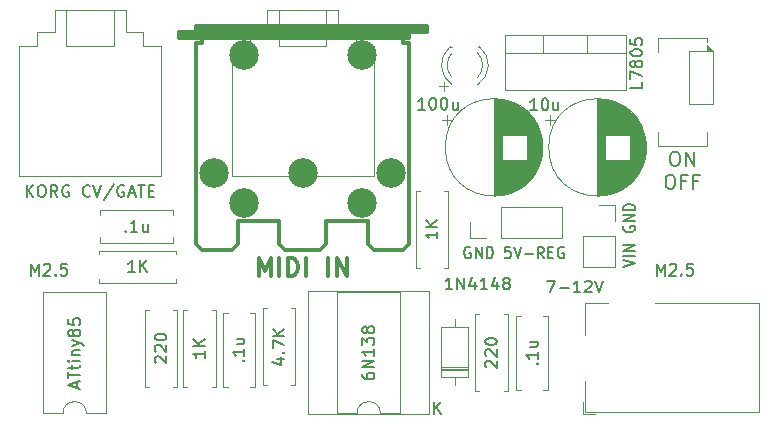
<source format=gbr>
%TF.GenerationSoftware,KiCad,Pcbnew,8.0.3*%
%TF.CreationDate,2024-06-27T15:05:59+01:00*%
%TF.ProjectId,KorgVolcaMIDI,4b6f7267-566f-46c6-9361-4d4944492e6b,rev?*%
%TF.SameCoordinates,Original*%
%TF.FileFunction,Legend,Top*%
%TF.FilePolarity,Positive*%
%FSLAX46Y46*%
G04 Gerber Fmt 4.6, Leading zero omitted, Abs format (unit mm)*
G04 Created by KiCad (PCBNEW 8.0.3) date 2024-06-27 15:05:59*
%MOMM*%
%LPD*%
G01*
G04 APERTURE LIST*
%ADD10C,0.125000*%
%ADD11C,0.200000*%
%ADD12C,0.180000*%
%ADD13C,0.100000*%
%ADD14C,0.150000*%
%ADD15C,0.304800*%
%ADD16C,0.120000*%
%ADD17C,2.499360*%
G04 APERTURE END LIST*
D10*
X136580331Y-54640166D02*
X137342236Y-54640166D01*
X136961283Y-55021119D02*
X136961283Y-54259214D01*
D11*
X156407142Y-60170809D02*
X156635714Y-60170809D01*
X156635714Y-60170809D02*
X156749999Y-60227952D01*
X156749999Y-60227952D02*
X156864285Y-60342238D01*
X156864285Y-60342238D02*
X156921428Y-60570809D01*
X156921428Y-60570809D02*
X156921428Y-60970809D01*
X156921428Y-60970809D02*
X156864285Y-61199381D01*
X156864285Y-61199381D02*
X156749999Y-61313667D01*
X156749999Y-61313667D02*
X156635714Y-61370809D01*
X156635714Y-61370809D02*
X156407142Y-61370809D01*
X156407142Y-61370809D02*
X156292857Y-61313667D01*
X156292857Y-61313667D02*
X156178571Y-61199381D01*
X156178571Y-61199381D02*
X156121428Y-60970809D01*
X156121428Y-60970809D02*
X156121428Y-60570809D01*
X156121428Y-60570809D02*
X156178571Y-60342238D01*
X156178571Y-60342238D02*
X156292857Y-60227952D01*
X156292857Y-60227952D02*
X156407142Y-60170809D01*
X157435714Y-61370809D02*
X157435714Y-60170809D01*
X157435714Y-60170809D02*
X158121428Y-61370809D01*
X158121428Y-61370809D02*
X158121428Y-60170809D01*
X156007143Y-62102742D02*
X156235715Y-62102742D01*
X156235715Y-62102742D02*
X156350000Y-62159885D01*
X156350000Y-62159885D02*
X156464286Y-62274171D01*
X156464286Y-62274171D02*
X156521429Y-62502742D01*
X156521429Y-62502742D02*
X156521429Y-62902742D01*
X156521429Y-62902742D02*
X156464286Y-63131314D01*
X156464286Y-63131314D02*
X156350000Y-63245600D01*
X156350000Y-63245600D02*
X156235715Y-63302742D01*
X156235715Y-63302742D02*
X156007143Y-63302742D01*
X156007143Y-63302742D02*
X155892858Y-63245600D01*
X155892858Y-63245600D02*
X155778572Y-63131314D01*
X155778572Y-63131314D02*
X155721429Y-62902742D01*
X155721429Y-62902742D02*
X155721429Y-62502742D01*
X155721429Y-62502742D02*
X155778572Y-62274171D01*
X155778572Y-62274171D02*
X155892858Y-62159885D01*
X155892858Y-62159885D02*
X156007143Y-62102742D01*
X157435715Y-62674171D02*
X157035715Y-62674171D01*
X157035715Y-63302742D02*
X157035715Y-62102742D01*
X157035715Y-62102742D02*
X157607143Y-62102742D01*
X158464286Y-62674171D02*
X158064286Y-62674171D01*
X158064286Y-63302742D02*
X158064286Y-62102742D01*
X158064286Y-62102742D02*
X158635714Y-62102742D01*
D12*
X139202857Y-68255878D02*
X139117143Y-68208259D01*
X139117143Y-68208259D02*
X138988571Y-68208259D01*
X138988571Y-68208259D02*
X138860000Y-68255878D01*
X138860000Y-68255878D02*
X138774285Y-68351116D01*
X138774285Y-68351116D02*
X138731428Y-68446354D01*
X138731428Y-68446354D02*
X138688571Y-68636830D01*
X138688571Y-68636830D02*
X138688571Y-68779687D01*
X138688571Y-68779687D02*
X138731428Y-68970163D01*
X138731428Y-68970163D02*
X138774285Y-69065401D01*
X138774285Y-69065401D02*
X138860000Y-69160640D01*
X138860000Y-69160640D02*
X138988571Y-69208259D01*
X138988571Y-69208259D02*
X139074285Y-69208259D01*
X139074285Y-69208259D02*
X139202857Y-69160640D01*
X139202857Y-69160640D02*
X139245714Y-69113020D01*
X139245714Y-69113020D02*
X139245714Y-68779687D01*
X139245714Y-68779687D02*
X139074285Y-68779687D01*
X139631428Y-69208259D02*
X139631428Y-68208259D01*
X139631428Y-68208259D02*
X140145714Y-69208259D01*
X140145714Y-69208259D02*
X140145714Y-68208259D01*
X140574285Y-69208259D02*
X140574285Y-68208259D01*
X140574285Y-68208259D02*
X140788571Y-68208259D01*
X140788571Y-68208259D02*
X140917142Y-68255878D01*
X140917142Y-68255878D02*
X141002857Y-68351116D01*
X141002857Y-68351116D02*
X141045714Y-68446354D01*
X141045714Y-68446354D02*
X141088571Y-68636830D01*
X141088571Y-68636830D02*
X141088571Y-68779687D01*
X141088571Y-68779687D02*
X141045714Y-68970163D01*
X141045714Y-68970163D02*
X141002857Y-69065401D01*
X141002857Y-69065401D02*
X140917142Y-69160640D01*
X140917142Y-69160640D02*
X140788571Y-69208259D01*
X140788571Y-69208259D02*
X140574285Y-69208259D01*
X142588571Y-68208259D02*
X142159999Y-68208259D01*
X142159999Y-68208259D02*
X142117142Y-68684449D01*
X142117142Y-68684449D02*
X142159999Y-68636830D01*
X142159999Y-68636830D02*
X142245714Y-68589211D01*
X142245714Y-68589211D02*
X142459999Y-68589211D01*
X142459999Y-68589211D02*
X142545714Y-68636830D01*
X142545714Y-68636830D02*
X142588571Y-68684449D01*
X142588571Y-68684449D02*
X142631428Y-68779687D01*
X142631428Y-68779687D02*
X142631428Y-69017782D01*
X142631428Y-69017782D02*
X142588571Y-69113020D01*
X142588571Y-69113020D02*
X142545714Y-69160640D01*
X142545714Y-69160640D02*
X142459999Y-69208259D01*
X142459999Y-69208259D02*
X142245714Y-69208259D01*
X142245714Y-69208259D02*
X142159999Y-69160640D01*
X142159999Y-69160640D02*
X142117142Y-69113020D01*
X142888571Y-68208259D02*
X143188571Y-69208259D01*
X143188571Y-69208259D02*
X143488571Y-68208259D01*
X143788571Y-68827306D02*
X144474286Y-68827306D01*
X145417143Y-69208259D02*
X145117143Y-68732068D01*
X144902857Y-69208259D02*
X144902857Y-68208259D01*
X144902857Y-68208259D02*
X145245714Y-68208259D01*
X145245714Y-68208259D02*
X145331429Y-68255878D01*
X145331429Y-68255878D02*
X145374286Y-68303497D01*
X145374286Y-68303497D02*
X145417143Y-68398735D01*
X145417143Y-68398735D02*
X145417143Y-68541592D01*
X145417143Y-68541592D02*
X145374286Y-68636830D01*
X145374286Y-68636830D02*
X145331429Y-68684449D01*
X145331429Y-68684449D02*
X145245714Y-68732068D01*
X145245714Y-68732068D02*
X144902857Y-68732068D01*
X145802857Y-68684449D02*
X146102857Y-68684449D01*
X146231429Y-69208259D02*
X145802857Y-69208259D01*
X145802857Y-69208259D02*
X145802857Y-68208259D01*
X145802857Y-68208259D02*
X146231429Y-68208259D01*
X147088572Y-68255878D02*
X147002858Y-68208259D01*
X147002858Y-68208259D02*
X146874286Y-68208259D01*
X146874286Y-68208259D02*
X146745715Y-68255878D01*
X146745715Y-68255878D02*
X146660000Y-68351116D01*
X146660000Y-68351116D02*
X146617143Y-68446354D01*
X146617143Y-68446354D02*
X146574286Y-68636830D01*
X146574286Y-68636830D02*
X146574286Y-68779687D01*
X146574286Y-68779687D02*
X146617143Y-68970163D01*
X146617143Y-68970163D02*
X146660000Y-69065401D01*
X146660000Y-69065401D02*
X146745715Y-69160640D01*
X146745715Y-69160640D02*
X146874286Y-69208259D01*
X146874286Y-69208259D02*
X146960000Y-69208259D01*
X146960000Y-69208259D02*
X147088572Y-69160640D01*
X147088572Y-69160640D02*
X147131429Y-69113020D01*
X147131429Y-69113020D02*
X147131429Y-68779687D01*
X147131429Y-68779687D02*
X146960000Y-68779687D01*
D13*
X157720000Y-51610000D02*
X159730000Y-51610000D01*
X159730000Y-56140000D01*
X157720000Y-56140000D01*
X157720000Y-51610000D01*
D12*
X152148259Y-69919999D02*
X153148259Y-69619999D01*
X153148259Y-69619999D02*
X152148259Y-69319999D01*
X153148259Y-69019999D02*
X152148259Y-69019999D01*
X153148259Y-68591428D02*
X152148259Y-68591428D01*
X152148259Y-68591428D02*
X153148259Y-68077142D01*
X153148259Y-68077142D02*
X152148259Y-68077142D01*
X152195878Y-66491428D02*
X152148259Y-66577143D01*
X152148259Y-66577143D02*
X152148259Y-66705714D01*
X152148259Y-66705714D02*
X152195878Y-66834285D01*
X152195878Y-66834285D02*
X152291116Y-66920000D01*
X152291116Y-66920000D02*
X152386354Y-66962857D01*
X152386354Y-66962857D02*
X152576830Y-67005714D01*
X152576830Y-67005714D02*
X152719687Y-67005714D01*
X152719687Y-67005714D02*
X152910163Y-66962857D01*
X152910163Y-66962857D02*
X153005401Y-66920000D01*
X153005401Y-66920000D02*
X153100640Y-66834285D01*
X153100640Y-66834285D02*
X153148259Y-66705714D01*
X153148259Y-66705714D02*
X153148259Y-66620000D01*
X153148259Y-66620000D02*
X153100640Y-66491428D01*
X153100640Y-66491428D02*
X153053020Y-66448571D01*
X153053020Y-66448571D02*
X152719687Y-66448571D01*
X152719687Y-66448571D02*
X152719687Y-66620000D01*
X153148259Y-66062857D02*
X152148259Y-66062857D01*
X152148259Y-66062857D02*
X153148259Y-65548571D01*
X153148259Y-65548571D02*
X152148259Y-65548571D01*
X153148259Y-65120000D02*
X152148259Y-65120000D01*
X152148259Y-65120000D02*
X152148259Y-64905714D01*
X152148259Y-64905714D02*
X152195878Y-64777143D01*
X152195878Y-64777143D02*
X152291116Y-64691428D01*
X152291116Y-64691428D02*
X152386354Y-64648571D01*
X152386354Y-64648571D02*
X152576830Y-64605714D01*
X152576830Y-64605714D02*
X152719687Y-64605714D01*
X152719687Y-64605714D02*
X152910163Y-64648571D01*
X152910163Y-64648571D02*
X153005401Y-64691428D01*
X153005401Y-64691428D02*
X153100640Y-64777143D01*
X153100640Y-64777143D02*
X153148259Y-64905714D01*
X153148259Y-64905714D02*
X153148259Y-65120000D01*
D14*
X144799580Y-78128570D02*
X144847200Y-78080951D01*
X144847200Y-78080951D02*
X144894819Y-78128570D01*
X144894819Y-78128570D02*
X144847200Y-78176189D01*
X144847200Y-78176189D02*
X144799580Y-78128570D01*
X144799580Y-78128570D02*
X144894819Y-78128570D01*
X144894819Y-77128571D02*
X144894819Y-77699999D01*
X144894819Y-77414285D02*
X143894819Y-77414285D01*
X143894819Y-77414285D02*
X144037676Y-77509523D01*
X144037676Y-77509523D02*
X144132914Y-77604761D01*
X144132914Y-77604761D02*
X144180533Y-77699999D01*
X144228152Y-76271428D02*
X144894819Y-76271428D01*
X144228152Y-76699999D02*
X144751961Y-76699999D01*
X144751961Y-76699999D02*
X144847200Y-76652380D01*
X144847200Y-76652380D02*
X144894819Y-76557142D01*
X144894819Y-76557142D02*
X144894819Y-76414285D01*
X144894819Y-76414285D02*
X144847200Y-76319047D01*
X144847200Y-76319047D02*
X144799580Y-76271428D01*
X154976191Y-70654819D02*
X154976191Y-69654819D01*
X154976191Y-69654819D02*
X155309524Y-70369104D01*
X155309524Y-70369104D02*
X155642857Y-69654819D01*
X155642857Y-69654819D02*
X155642857Y-70654819D01*
X156071429Y-69750057D02*
X156119048Y-69702438D01*
X156119048Y-69702438D02*
X156214286Y-69654819D01*
X156214286Y-69654819D02*
X156452381Y-69654819D01*
X156452381Y-69654819D02*
X156547619Y-69702438D01*
X156547619Y-69702438D02*
X156595238Y-69750057D01*
X156595238Y-69750057D02*
X156642857Y-69845295D01*
X156642857Y-69845295D02*
X156642857Y-69940533D01*
X156642857Y-69940533D02*
X156595238Y-70083390D01*
X156595238Y-70083390D02*
X156023810Y-70654819D01*
X156023810Y-70654819D02*
X156642857Y-70654819D01*
X157071429Y-70559580D02*
X157119048Y-70607200D01*
X157119048Y-70607200D02*
X157071429Y-70654819D01*
X157071429Y-70654819D02*
X157023810Y-70607200D01*
X157023810Y-70607200D02*
X157071429Y-70559580D01*
X157071429Y-70559580D02*
X157071429Y-70654819D01*
X158023809Y-69654819D02*
X157547619Y-69654819D01*
X157547619Y-69654819D02*
X157500000Y-70131009D01*
X157500000Y-70131009D02*
X157547619Y-70083390D01*
X157547619Y-70083390D02*
X157642857Y-70035771D01*
X157642857Y-70035771D02*
X157880952Y-70035771D01*
X157880952Y-70035771D02*
X157976190Y-70083390D01*
X157976190Y-70083390D02*
X158023809Y-70131009D01*
X158023809Y-70131009D02*
X158071428Y-70226247D01*
X158071428Y-70226247D02*
X158071428Y-70464342D01*
X158071428Y-70464342D02*
X158023809Y-70559580D01*
X158023809Y-70559580D02*
X157976190Y-70607200D01*
X157976190Y-70607200D02*
X157880952Y-70654819D01*
X157880952Y-70654819D02*
X157642857Y-70654819D01*
X157642857Y-70654819D02*
X157547619Y-70607200D01*
X157547619Y-70607200D02*
X157500000Y-70559580D01*
X101976191Y-70654819D02*
X101976191Y-69654819D01*
X101976191Y-69654819D02*
X102309524Y-70369104D01*
X102309524Y-70369104D02*
X102642857Y-69654819D01*
X102642857Y-69654819D02*
X102642857Y-70654819D01*
X103071429Y-69750057D02*
X103119048Y-69702438D01*
X103119048Y-69702438D02*
X103214286Y-69654819D01*
X103214286Y-69654819D02*
X103452381Y-69654819D01*
X103452381Y-69654819D02*
X103547619Y-69702438D01*
X103547619Y-69702438D02*
X103595238Y-69750057D01*
X103595238Y-69750057D02*
X103642857Y-69845295D01*
X103642857Y-69845295D02*
X103642857Y-69940533D01*
X103642857Y-69940533D02*
X103595238Y-70083390D01*
X103595238Y-70083390D02*
X103023810Y-70654819D01*
X103023810Y-70654819D02*
X103642857Y-70654819D01*
X104071429Y-70559580D02*
X104119048Y-70607200D01*
X104119048Y-70607200D02*
X104071429Y-70654819D01*
X104071429Y-70654819D02*
X104023810Y-70607200D01*
X104023810Y-70607200D02*
X104071429Y-70559580D01*
X104071429Y-70559580D02*
X104071429Y-70654819D01*
X105023809Y-69654819D02*
X104547619Y-69654819D01*
X104547619Y-69654819D02*
X104500000Y-70131009D01*
X104500000Y-70131009D02*
X104547619Y-70083390D01*
X104547619Y-70083390D02*
X104642857Y-70035771D01*
X104642857Y-70035771D02*
X104880952Y-70035771D01*
X104880952Y-70035771D02*
X104976190Y-70083390D01*
X104976190Y-70083390D02*
X105023809Y-70131009D01*
X105023809Y-70131009D02*
X105071428Y-70226247D01*
X105071428Y-70226247D02*
X105071428Y-70464342D01*
X105071428Y-70464342D02*
X105023809Y-70559580D01*
X105023809Y-70559580D02*
X104976190Y-70607200D01*
X104976190Y-70607200D02*
X104880952Y-70654819D01*
X104880952Y-70654819D02*
X104642857Y-70654819D01*
X104642857Y-70654819D02*
X104547619Y-70607200D01*
X104547619Y-70607200D02*
X104500000Y-70559580D01*
D11*
X145706667Y-71082219D02*
X146373333Y-71082219D01*
X146373333Y-71082219D02*
X145944762Y-72082219D01*
X146754286Y-71701266D02*
X147516191Y-71701266D01*
X148516190Y-72082219D02*
X147944762Y-72082219D01*
X148230476Y-72082219D02*
X148230476Y-71082219D01*
X148230476Y-71082219D02*
X148135238Y-71225076D01*
X148135238Y-71225076D02*
X148040000Y-71320314D01*
X148040000Y-71320314D02*
X147944762Y-71367933D01*
X148897143Y-71177457D02*
X148944762Y-71129838D01*
X148944762Y-71129838D02*
X149040000Y-71082219D01*
X149040000Y-71082219D02*
X149278095Y-71082219D01*
X149278095Y-71082219D02*
X149373333Y-71129838D01*
X149373333Y-71129838D02*
X149420952Y-71177457D01*
X149420952Y-71177457D02*
X149468571Y-71272695D01*
X149468571Y-71272695D02*
X149468571Y-71367933D01*
X149468571Y-71367933D02*
X149420952Y-71510790D01*
X149420952Y-71510790D02*
X148849524Y-72082219D01*
X148849524Y-72082219D02*
X149468571Y-72082219D01*
X149754286Y-71082219D02*
X150087619Y-72082219D01*
X150087619Y-72082219D02*
X150420952Y-71082219D01*
D14*
X153744819Y-54270238D02*
X153744819Y-54746428D01*
X153744819Y-54746428D02*
X152744819Y-54746428D01*
X152744819Y-54032142D02*
X152744819Y-53365476D01*
X152744819Y-53365476D02*
X153744819Y-53794047D01*
X153173390Y-52841666D02*
X153125771Y-52936904D01*
X153125771Y-52936904D02*
X153078152Y-52984523D01*
X153078152Y-52984523D02*
X152982914Y-53032142D01*
X152982914Y-53032142D02*
X152935295Y-53032142D01*
X152935295Y-53032142D02*
X152840057Y-52984523D01*
X152840057Y-52984523D02*
X152792438Y-52936904D01*
X152792438Y-52936904D02*
X152744819Y-52841666D01*
X152744819Y-52841666D02*
X152744819Y-52651190D01*
X152744819Y-52651190D02*
X152792438Y-52555952D01*
X152792438Y-52555952D02*
X152840057Y-52508333D01*
X152840057Y-52508333D02*
X152935295Y-52460714D01*
X152935295Y-52460714D02*
X152982914Y-52460714D01*
X152982914Y-52460714D02*
X153078152Y-52508333D01*
X153078152Y-52508333D02*
X153125771Y-52555952D01*
X153125771Y-52555952D02*
X153173390Y-52651190D01*
X153173390Y-52651190D02*
X153173390Y-52841666D01*
X153173390Y-52841666D02*
X153221009Y-52936904D01*
X153221009Y-52936904D02*
X153268628Y-52984523D01*
X153268628Y-52984523D02*
X153363866Y-53032142D01*
X153363866Y-53032142D02*
X153554342Y-53032142D01*
X153554342Y-53032142D02*
X153649580Y-52984523D01*
X153649580Y-52984523D02*
X153697200Y-52936904D01*
X153697200Y-52936904D02*
X153744819Y-52841666D01*
X153744819Y-52841666D02*
X153744819Y-52651190D01*
X153744819Y-52651190D02*
X153697200Y-52555952D01*
X153697200Y-52555952D02*
X153649580Y-52508333D01*
X153649580Y-52508333D02*
X153554342Y-52460714D01*
X153554342Y-52460714D02*
X153363866Y-52460714D01*
X153363866Y-52460714D02*
X153268628Y-52508333D01*
X153268628Y-52508333D02*
X153221009Y-52555952D01*
X153221009Y-52555952D02*
X153173390Y-52651190D01*
X152744819Y-51841666D02*
X152744819Y-51746428D01*
X152744819Y-51746428D02*
X152792438Y-51651190D01*
X152792438Y-51651190D02*
X152840057Y-51603571D01*
X152840057Y-51603571D02*
X152935295Y-51555952D01*
X152935295Y-51555952D02*
X153125771Y-51508333D01*
X153125771Y-51508333D02*
X153363866Y-51508333D01*
X153363866Y-51508333D02*
X153554342Y-51555952D01*
X153554342Y-51555952D02*
X153649580Y-51603571D01*
X153649580Y-51603571D02*
X153697200Y-51651190D01*
X153697200Y-51651190D02*
X153744819Y-51746428D01*
X153744819Y-51746428D02*
X153744819Y-51841666D01*
X153744819Y-51841666D02*
X153697200Y-51936904D01*
X153697200Y-51936904D02*
X153649580Y-51984523D01*
X153649580Y-51984523D02*
X153554342Y-52032142D01*
X153554342Y-52032142D02*
X153363866Y-52079761D01*
X153363866Y-52079761D02*
X153125771Y-52079761D01*
X153125771Y-52079761D02*
X152935295Y-52032142D01*
X152935295Y-52032142D02*
X152840057Y-51984523D01*
X152840057Y-51984523D02*
X152792438Y-51936904D01*
X152792438Y-51936904D02*
X152744819Y-51841666D01*
X152744819Y-50603571D02*
X152744819Y-51079761D01*
X152744819Y-51079761D02*
X153221009Y-51127380D01*
X153221009Y-51127380D02*
X153173390Y-51079761D01*
X153173390Y-51079761D02*
X153125771Y-50984523D01*
X153125771Y-50984523D02*
X153125771Y-50746428D01*
X153125771Y-50746428D02*
X153173390Y-50651190D01*
X153173390Y-50651190D02*
X153221009Y-50603571D01*
X153221009Y-50603571D02*
X153316247Y-50555952D01*
X153316247Y-50555952D02*
X153554342Y-50555952D01*
X153554342Y-50555952D02*
X153649580Y-50603571D01*
X153649580Y-50603571D02*
X153697200Y-50651190D01*
X153697200Y-50651190D02*
X153744819Y-50746428D01*
X153744819Y-50746428D02*
X153744819Y-50984523D01*
X153744819Y-50984523D02*
X153697200Y-51079761D01*
X153697200Y-51079761D02*
X153649580Y-51127380D01*
X130054819Y-78961904D02*
X130054819Y-79152380D01*
X130054819Y-79152380D02*
X130102438Y-79247618D01*
X130102438Y-79247618D02*
X130150057Y-79295237D01*
X130150057Y-79295237D02*
X130292914Y-79390475D01*
X130292914Y-79390475D02*
X130483390Y-79438094D01*
X130483390Y-79438094D02*
X130864342Y-79438094D01*
X130864342Y-79438094D02*
X130959580Y-79390475D01*
X130959580Y-79390475D02*
X131007200Y-79342856D01*
X131007200Y-79342856D02*
X131054819Y-79247618D01*
X131054819Y-79247618D02*
X131054819Y-79057142D01*
X131054819Y-79057142D02*
X131007200Y-78961904D01*
X131007200Y-78961904D02*
X130959580Y-78914285D01*
X130959580Y-78914285D02*
X130864342Y-78866666D01*
X130864342Y-78866666D02*
X130626247Y-78866666D01*
X130626247Y-78866666D02*
X130531009Y-78914285D01*
X130531009Y-78914285D02*
X130483390Y-78961904D01*
X130483390Y-78961904D02*
X130435771Y-79057142D01*
X130435771Y-79057142D02*
X130435771Y-79247618D01*
X130435771Y-79247618D02*
X130483390Y-79342856D01*
X130483390Y-79342856D02*
X130531009Y-79390475D01*
X130531009Y-79390475D02*
X130626247Y-79438094D01*
X131054819Y-78438094D02*
X130054819Y-78438094D01*
X130054819Y-78438094D02*
X131054819Y-77866666D01*
X131054819Y-77866666D02*
X130054819Y-77866666D01*
X131054819Y-76866666D02*
X131054819Y-77438094D01*
X131054819Y-77152380D02*
X130054819Y-77152380D01*
X130054819Y-77152380D02*
X130197676Y-77247618D01*
X130197676Y-77247618D02*
X130292914Y-77342856D01*
X130292914Y-77342856D02*
X130340533Y-77438094D01*
X130054819Y-76533332D02*
X130054819Y-75914285D01*
X130054819Y-75914285D02*
X130435771Y-76247618D01*
X130435771Y-76247618D02*
X130435771Y-76104761D01*
X130435771Y-76104761D02*
X130483390Y-76009523D01*
X130483390Y-76009523D02*
X130531009Y-75961904D01*
X130531009Y-75961904D02*
X130626247Y-75914285D01*
X130626247Y-75914285D02*
X130864342Y-75914285D01*
X130864342Y-75914285D02*
X130959580Y-75961904D01*
X130959580Y-75961904D02*
X131007200Y-76009523D01*
X131007200Y-76009523D02*
X131054819Y-76104761D01*
X131054819Y-76104761D02*
X131054819Y-76390475D01*
X131054819Y-76390475D02*
X131007200Y-76485713D01*
X131007200Y-76485713D02*
X130959580Y-76533332D01*
X130483390Y-75342856D02*
X130435771Y-75438094D01*
X130435771Y-75438094D02*
X130388152Y-75485713D01*
X130388152Y-75485713D02*
X130292914Y-75533332D01*
X130292914Y-75533332D02*
X130245295Y-75533332D01*
X130245295Y-75533332D02*
X130150057Y-75485713D01*
X130150057Y-75485713D02*
X130102438Y-75438094D01*
X130102438Y-75438094D02*
X130054819Y-75342856D01*
X130054819Y-75342856D02*
X130054819Y-75152380D01*
X130054819Y-75152380D02*
X130102438Y-75057142D01*
X130102438Y-75057142D02*
X130150057Y-75009523D01*
X130150057Y-75009523D02*
X130245295Y-74961904D01*
X130245295Y-74961904D02*
X130292914Y-74961904D01*
X130292914Y-74961904D02*
X130388152Y-75009523D01*
X130388152Y-75009523D02*
X130435771Y-75057142D01*
X130435771Y-75057142D02*
X130483390Y-75152380D01*
X130483390Y-75152380D02*
X130483390Y-75342856D01*
X130483390Y-75342856D02*
X130531009Y-75438094D01*
X130531009Y-75438094D02*
X130578628Y-75485713D01*
X130578628Y-75485713D02*
X130673866Y-75533332D01*
X130673866Y-75533332D02*
X130864342Y-75533332D01*
X130864342Y-75533332D02*
X130959580Y-75485713D01*
X130959580Y-75485713D02*
X131007200Y-75438094D01*
X131007200Y-75438094D02*
X131054819Y-75342856D01*
X131054819Y-75342856D02*
X131054819Y-75152380D01*
X131054819Y-75152380D02*
X131007200Y-75057142D01*
X131007200Y-75057142D02*
X130959580Y-75009523D01*
X130959580Y-75009523D02*
X130864342Y-74961904D01*
X130864342Y-74961904D02*
X130673866Y-74961904D01*
X130673866Y-74961904D02*
X130578628Y-75009523D01*
X130578628Y-75009523D02*
X130531009Y-75057142D01*
X130531009Y-75057142D02*
X130483390Y-75152380D01*
X105869104Y-80128571D02*
X105869104Y-79652381D01*
X106154819Y-80223809D02*
X105154819Y-79890476D01*
X105154819Y-79890476D02*
X106154819Y-79557143D01*
X105154819Y-79366666D02*
X105154819Y-78795238D01*
X106154819Y-79080952D02*
X105154819Y-79080952D01*
X105488152Y-78604761D02*
X105488152Y-78223809D01*
X105154819Y-78461904D02*
X106011961Y-78461904D01*
X106011961Y-78461904D02*
X106107200Y-78414285D01*
X106107200Y-78414285D02*
X106154819Y-78319047D01*
X106154819Y-78319047D02*
X106154819Y-78223809D01*
X106154819Y-77890475D02*
X105488152Y-77890475D01*
X105154819Y-77890475D02*
X105202438Y-77938094D01*
X105202438Y-77938094D02*
X105250057Y-77890475D01*
X105250057Y-77890475D02*
X105202438Y-77842856D01*
X105202438Y-77842856D02*
X105154819Y-77890475D01*
X105154819Y-77890475D02*
X105250057Y-77890475D01*
X105488152Y-77414285D02*
X106154819Y-77414285D01*
X105583390Y-77414285D02*
X105535771Y-77366666D01*
X105535771Y-77366666D02*
X105488152Y-77271428D01*
X105488152Y-77271428D02*
X105488152Y-77128571D01*
X105488152Y-77128571D02*
X105535771Y-77033333D01*
X105535771Y-77033333D02*
X105631009Y-76985714D01*
X105631009Y-76985714D02*
X106154819Y-76985714D01*
X105488152Y-76604761D02*
X106154819Y-76366666D01*
X105488152Y-76128571D02*
X106154819Y-76366666D01*
X106154819Y-76366666D02*
X106392914Y-76461904D01*
X106392914Y-76461904D02*
X106440533Y-76509523D01*
X106440533Y-76509523D02*
X106488152Y-76604761D01*
X105583390Y-75604761D02*
X105535771Y-75699999D01*
X105535771Y-75699999D02*
X105488152Y-75747618D01*
X105488152Y-75747618D02*
X105392914Y-75795237D01*
X105392914Y-75795237D02*
X105345295Y-75795237D01*
X105345295Y-75795237D02*
X105250057Y-75747618D01*
X105250057Y-75747618D02*
X105202438Y-75699999D01*
X105202438Y-75699999D02*
X105154819Y-75604761D01*
X105154819Y-75604761D02*
X105154819Y-75414285D01*
X105154819Y-75414285D02*
X105202438Y-75319047D01*
X105202438Y-75319047D02*
X105250057Y-75271428D01*
X105250057Y-75271428D02*
X105345295Y-75223809D01*
X105345295Y-75223809D02*
X105392914Y-75223809D01*
X105392914Y-75223809D02*
X105488152Y-75271428D01*
X105488152Y-75271428D02*
X105535771Y-75319047D01*
X105535771Y-75319047D02*
X105583390Y-75414285D01*
X105583390Y-75414285D02*
X105583390Y-75604761D01*
X105583390Y-75604761D02*
X105631009Y-75699999D01*
X105631009Y-75699999D02*
X105678628Y-75747618D01*
X105678628Y-75747618D02*
X105773866Y-75795237D01*
X105773866Y-75795237D02*
X105964342Y-75795237D01*
X105964342Y-75795237D02*
X106059580Y-75747618D01*
X106059580Y-75747618D02*
X106107200Y-75699999D01*
X106107200Y-75699999D02*
X106154819Y-75604761D01*
X106154819Y-75604761D02*
X106154819Y-75414285D01*
X106154819Y-75414285D02*
X106107200Y-75319047D01*
X106107200Y-75319047D02*
X106059580Y-75271428D01*
X106059580Y-75271428D02*
X105964342Y-75223809D01*
X105964342Y-75223809D02*
X105773866Y-75223809D01*
X105773866Y-75223809D02*
X105678628Y-75271428D01*
X105678628Y-75271428D02*
X105631009Y-75319047D01*
X105631009Y-75319047D02*
X105583390Y-75414285D01*
X105154819Y-74319047D02*
X105154819Y-74795237D01*
X105154819Y-74795237D02*
X105631009Y-74842856D01*
X105631009Y-74842856D02*
X105583390Y-74795237D01*
X105583390Y-74795237D02*
X105535771Y-74699999D01*
X105535771Y-74699999D02*
X105535771Y-74461904D01*
X105535771Y-74461904D02*
X105583390Y-74366666D01*
X105583390Y-74366666D02*
X105631009Y-74319047D01*
X105631009Y-74319047D02*
X105726247Y-74271428D01*
X105726247Y-74271428D02*
X105964342Y-74271428D01*
X105964342Y-74271428D02*
X106059580Y-74319047D01*
X106059580Y-74319047D02*
X106107200Y-74366666D01*
X106107200Y-74366666D02*
X106154819Y-74461904D01*
X106154819Y-74461904D02*
X106154819Y-74699999D01*
X106154819Y-74699999D02*
X106107200Y-74795237D01*
X106107200Y-74795237D02*
X106059580Y-74842856D01*
X110805714Y-70364819D02*
X110234286Y-70364819D01*
X110520000Y-70364819D02*
X110520000Y-69364819D01*
X110520000Y-69364819D02*
X110424762Y-69507676D01*
X110424762Y-69507676D02*
X110329524Y-69602914D01*
X110329524Y-69602914D02*
X110234286Y-69650533D01*
X111234286Y-70364819D02*
X111234286Y-69364819D01*
X111805714Y-70364819D02*
X111377143Y-69793390D01*
X111805714Y-69364819D02*
X111234286Y-69936247D01*
X116714819Y-77024285D02*
X116714819Y-77595713D01*
X116714819Y-77309999D02*
X115714819Y-77309999D01*
X115714819Y-77309999D02*
X115857676Y-77405237D01*
X115857676Y-77405237D02*
X115952914Y-77500475D01*
X115952914Y-77500475D02*
X116000533Y-77595713D01*
X116714819Y-76595713D02*
X115714819Y-76595713D01*
X116714819Y-76024285D02*
X116143390Y-76452856D01*
X115714819Y-76024285D02*
X116286247Y-76595713D01*
X122788152Y-77713809D02*
X123454819Y-77713809D01*
X122407200Y-77951904D02*
X123121485Y-78189999D01*
X123121485Y-78189999D02*
X123121485Y-77570952D01*
X123359580Y-77189999D02*
X123407200Y-77142380D01*
X123407200Y-77142380D02*
X123454819Y-77189999D01*
X123454819Y-77189999D02*
X123407200Y-77237618D01*
X123407200Y-77237618D02*
X123359580Y-77189999D01*
X123359580Y-77189999D02*
X123454819Y-77189999D01*
X122454819Y-76809047D02*
X122454819Y-76142381D01*
X122454819Y-76142381D02*
X123454819Y-76570952D01*
X123454819Y-75761428D02*
X122454819Y-75761428D01*
X123454819Y-75190000D02*
X122883390Y-75618571D01*
X122454819Y-75190000D02*
X123026247Y-75761428D01*
X112550057Y-78048094D02*
X112502438Y-78000475D01*
X112502438Y-78000475D02*
X112454819Y-77905237D01*
X112454819Y-77905237D02*
X112454819Y-77667142D01*
X112454819Y-77667142D02*
X112502438Y-77571904D01*
X112502438Y-77571904D02*
X112550057Y-77524285D01*
X112550057Y-77524285D02*
X112645295Y-77476666D01*
X112645295Y-77476666D02*
X112740533Y-77476666D01*
X112740533Y-77476666D02*
X112883390Y-77524285D01*
X112883390Y-77524285D02*
X113454819Y-78095713D01*
X113454819Y-78095713D02*
X113454819Y-77476666D01*
X112550057Y-77095713D02*
X112502438Y-77048094D01*
X112502438Y-77048094D02*
X112454819Y-76952856D01*
X112454819Y-76952856D02*
X112454819Y-76714761D01*
X112454819Y-76714761D02*
X112502438Y-76619523D01*
X112502438Y-76619523D02*
X112550057Y-76571904D01*
X112550057Y-76571904D02*
X112645295Y-76524285D01*
X112645295Y-76524285D02*
X112740533Y-76524285D01*
X112740533Y-76524285D02*
X112883390Y-76571904D01*
X112883390Y-76571904D02*
X113454819Y-77143332D01*
X113454819Y-77143332D02*
X113454819Y-76524285D01*
X112454819Y-75905237D02*
X112454819Y-75809999D01*
X112454819Y-75809999D02*
X112502438Y-75714761D01*
X112502438Y-75714761D02*
X112550057Y-75667142D01*
X112550057Y-75667142D02*
X112645295Y-75619523D01*
X112645295Y-75619523D02*
X112835771Y-75571904D01*
X112835771Y-75571904D02*
X113073866Y-75571904D01*
X113073866Y-75571904D02*
X113264342Y-75619523D01*
X113264342Y-75619523D02*
X113359580Y-75667142D01*
X113359580Y-75667142D02*
X113407200Y-75714761D01*
X113407200Y-75714761D02*
X113454819Y-75809999D01*
X113454819Y-75809999D02*
X113454819Y-75905237D01*
X113454819Y-75905237D02*
X113407200Y-76000475D01*
X113407200Y-76000475D02*
X113359580Y-76048094D01*
X113359580Y-76048094D02*
X113264342Y-76095713D01*
X113264342Y-76095713D02*
X113073866Y-76143332D01*
X113073866Y-76143332D02*
X112835771Y-76143332D01*
X112835771Y-76143332D02*
X112645295Y-76095713D01*
X112645295Y-76095713D02*
X112550057Y-76048094D01*
X112550057Y-76048094D02*
X112502438Y-76000475D01*
X112502438Y-76000475D02*
X112454819Y-75905237D01*
X140550057Y-78428094D02*
X140502438Y-78380475D01*
X140502438Y-78380475D02*
X140454819Y-78285237D01*
X140454819Y-78285237D02*
X140454819Y-78047142D01*
X140454819Y-78047142D02*
X140502438Y-77951904D01*
X140502438Y-77951904D02*
X140550057Y-77904285D01*
X140550057Y-77904285D02*
X140645295Y-77856666D01*
X140645295Y-77856666D02*
X140740533Y-77856666D01*
X140740533Y-77856666D02*
X140883390Y-77904285D01*
X140883390Y-77904285D02*
X141454819Y-78475713D01*
X141454819Y-78475713D02*
X141454819Y-77856666D01*
X140550057Y-77475713D02*
X140502438Y-77428094D01*
X140502438Y-77428094D02*
X140454819Y-77332856D01*
X140454819Y-77332856D02*
X140454819Y-77094761D01*
X140454819Y-77094761D02*
X140502438Y-76999523D01*
X140502438Y-76999523D02*
X140550057Y-76951904D01*
X140550057Y-76951904D02*
X140645295Y-76904285D01*
X140645295Y-76904285D02*
X140740533Y-76904285D01*
X140740533Y-76904285D02*
X140883390Y-76951904D01*
X140883390Y-76951904D02*
X141454819Y-77523332D01*
X141454819Y-77523332D02*
X141454819Y-76904285D01*
X140454819Y-76285237D02*
X140454819Y-76189999D01*
X140454819Y-76189999D02*
X140502438Y-76094761D01*
X140502438Y-76094761D02*
X140550057Y-76047142D01*
X140550057Y-76047142D02*
X140645295Y-75999523D01*
X140645295Y-75999523D02*
X140835771Y-75951904D01*
X140835771Y-75951904D02*
X141073866Y-75951904D01*
X141073866Y-75951904D02*
X141264342Y-75999523D01*
X141264342Y-75999523D02*
X141359580Y-76047142D01*
X141359580Y-76047142D02*
X141407200Y-76094761D01*
X141407200Y-76094761D02*
X141454819Y-76189999D01*
X141454819Y-76189999D02*
X141454819Y-76285237D01*
X141454819Y-76285237D02*
X141407200Y-76380475D01*
X141407200Y-76380475D02*
X141359580Y-76428094D01*
X141359580Y-76428094D02*
X141264342Y-76475713D01*
X141264342Y-76475713D02*
X141073866Y-76523332D01*
X141073866Y-76523332D02*
X140835771Y-76523332D01*
X140835771Y-76523332D02*
X140645295Y-76475713D01*
X140645295Y-76475713D02*
X140550057Y-76428094D01*
X140550057Y-76428094D02*
X140502438Y-76380475D01*
X140502438Y-76380475D02*
X140454819Y-76285237D01*
X101619047Y-63984819D02*
X101619047Y-62984819D01*
X102190475Y-63984819D02*
X101761904Y-63413390D01*
X102190475Y-62984819D02*
X101619047Y-63556247D01*
X102809523Y-62984819D02*
X102999999Y-62984819D01*
X102999999Y-62984819D02*
X103095237Y-63032438D01*
X103095237Y-63032438D02*
X103190475Y-63127676D01*
X103190475Y-63127676D02*
X103238094Y-63318152D01*
X103238094Y-63318152D02*
X103238094Y-63651485D01*
X103238094Y-63651485D02*
X103190475Y-63841961D01*
X103190475Y-63841961D02*
X103095237Y-63937200D01*
X103095237Y-63937200D02*
X102999999Y-63984819D01*
X102999999Y-63984819D02*
X102809523Y-63984819D01*
X102809523Y-63984819D02*
X102714285Y-63937200D01*
X102714285Y-63937200D02*
X102619047Y-63841961D01*
X102619047Y-63841961D02*
X102571428Y-63651485D01*
X102571428Y-63651485D02*
X102571428Y-63318152D01*
X102571428Y-63318152D02*
X102619047Y-63127676D01*
X102619047Y-63127676D02*
X102714285Y-63032438D01*
X102714285Y-63032438D02*
X102809523Y-62984819D01*
X104238094Y-63984819D02*
X103904761Y-63508628D01*
X103666666Y-63984819D02*
X103666666Y-62984819D01*
X103666666Y-62984819D02*
X104047618Y-62984819D01*
X104047618Y-62984819D02*
X104142856Y-63032438D01*
X104142856Y-63032438D02*
X104190475Y-63080057D01*
X104190475Y-63080057D02*
X104238094Y-63175295D01*
X104238094Y-63175295D02*
X104238094Y-63318152D01*
X104238094Y-63318152D02*
X104190475Y-63413390D01*
X104190475Y-63413390D02*
X104142856Y-63461009D01*
X104142856Y-63461009D02*
X104047618Y-63508628D01*
X104047618Y-63508628D02*
X103666666Y-63508628D01*
X105190475Y-63032438D02*
X105095237Y-62984819D01*
X105095237Y-62984819D02*
X104952380Y-62984819D01*
X104952380Y-62984819D02*
X104809523Y-63032438D01*
X104809523Y-63032438D02*
X104714285Y-63127676D01*
X104714285Y-63127676D02*
X104666666Y-63222914D01*
X104666666Y-63222914D02*
X104619047Y-63413390D01*
X104619047Y-63413390D02*
X104619047Y-63556247D01*
X104619047Y-63556247D02*
X104666666Y-63746723D01*
X104666666Y-63746723D02*
X104714285Y-63841961D01*
X104714285Y-63841961D02*
X104809523Y-63937200D01*
X104809523Y-63937200D02*
X104952380Y-63984819D01*
X104952380Y-63984819D02*
X105047618Y-63984819D01*
X105047618Y-63984819D02*
X105190475Y-63937200D01*
X105190475Y-63937200D02*
X105238094Y-63889580D01*
X105238094Y-63889580D02*
X105238094Y-63556247D01*
X105238094Y-63556247D02*
X105047618Y-63556247D01*
X106999999Y-63889580D02*
X106952380Y-63937200D01*
X106952380Y-63937200D02*
X106809523Y-63984819D01*
X106809523Y-63984819D02*
X106714285Y-63984819D01*
X106714285Y-63984819D02*
X106571428Y-63937200D01*
X106571428Y-63937200D02*
X106476190Y-63841961D01*
X106476190Y-63841961D02*
X106428571Y-63746723D01*
X106428571Y-63746723D02*
X106380952Y-63556247D01*
X106380952Y-63556247D02*
X106380952Y-63413390D01*
X106380952Y-63413390D02*
X106428571Y-63222914D01*
X106428571Y-63222914D02*
X106476190Y-63127676D01*
X106476190Y-63127676D02*
X106571428Y-63032438D01*
X106571428Y-63032438D02*
X106714285Y-62984819D01*
X106714285Y-62984819D02*
X106809523Y-62984819D01*
X106809523Y-62984819D02*
X106952380Y-63032438D01*
X106952380Y-63032438D02*
X106999999Y-63080057D01*
X107285714Y-62984819D02*
X107619047Y-63984819D01*
X107619047Y-63984819D02*
X107952380Y-62984819D01*
X108999999Y-62937200D02*
X108142857Y-64222914D01*
X109857142Y-63032438D02*
X109761904Y-62984819D01*
X109761904Y-62984819D02*
X109619047Y-62984819D01*
X109619047Y-62984819D02*
X109476190Y-63032438D01*
X109476190Y-63032438D02*
X109380952Y-63127676D01*
X109380952Y-63127676D02*
X109333333Y-63222914D01*
X109333333Y-63222914D02*
X109285714Y-63413390D01*
X109285714Y-63413390D02*
X109285714Y-63556247D01*
X109285714Y-63556247D02*
X109333333Y-63746723D01*
X109333333Y-63746723D02*
X109380952Y-63841961D01*
X109380952Y-63841961D02*
X109476190Y-63937200D01*
X109476190Y-63937200D02*
X109619047Y-63984819D01*
X109619047Y-63984819D02*
X109714285Y-63984819D01*
X109714285Y-63984819D02*
X109857142Y-63937200D01*
X109857142Y-63937200D02*
X109904761Y-63889580D01*
X109904761Y-63889580D02*
X109904761Y-63556247D01*
X109904761Y-63556247D02*
X109714285Y-63556247D01*
X110285714Y-63699104D02*
X110761904Y-63699104D01*
X110190476Y-63984819D02*
X110523809Y-62984819D01*
X110523809Y-62984819D02*
X110857142Y-63984819D01*
X111047619Y-62984819D02*
X111619047Y-62984819D01*
X111333333Y-63984819D02*
X111333333Y-62984819D01*
X111952381Y-63461009D02*
X112285714Y-63461009D01*
X112428571Y-63984819D02*
X111952381Y-63984819D01*
X111952381Y-63984819D02*
X111952381Y-62984819D01*
X111952381Y-62984819D02*
X112428571Y-62984819D01*
D15*
X121262572Y-70689921D02*
X121262572Y-69165921D01*
X121262572Y-69165921D02*
X121770572Y-70254492D01*
X121770572Y-70254492D02*
X122278572Y-69165921D01*
X122278572Y-69165921D02*
X122278572Y-70689921D01*
X123004286Y-70689921D02*
X123004286Y-69165921D01*
X123730000Y-70689921D02*
X123730000Y-69165921D01*
X123730000Y-69165921D02*
X124092857Y-69165921D01*
X124092857Y-69165921D02*
X124310571Y-69238492D01*
X124310571Y-69238492D02*
X124455714Y-69383635D01*
X124455714Y-69383635D02*
X124528285Y-69528778D01*
X124528285Y-69528778D02*
X124600857Y-69819064D01*
X124600857Y-69819064D02*
X124600857Y-70036778D01*
X124600857Y-70036778D02*
X124528285Y-70327064D01*
X124528285Y-70327064D02*
X124455714Y-70472207D01*
X124455714Y-70472207D02*
X124310571Y-70617350D01*
X124310571Y-70617350D02*
X124092857Y-70689921D01*
X124092857Y-70689921D02*
X123730000Y-70689921D01*
X125254000Y-70689921D02*
X125254000Y-69165921D01*
X127140857Y-70689921D02*
X127140857Y-69165921D01*
X127866571Y-70689921D02*
X127866571Y-69165921D01*
X127866571Y-69165921D02*
X128737428Y-70689921D01*
X128737428Y-70689921D02*
X128737428Y-69165921D01*
D14*
X137677142Y-71834819D02*
X137105714Y-71834819D01*
X137391428Y-71834819D02*
X137391428Y-70834819D01*
X137391428Y-70834819D02*
X137296190Y-70977676D01*
X137296190Y-70977676D02*
X137200952Y-71072914D01*
X137200952Y-71072914D02*
X137105714Y-71120533D01*
X138105714Y-71834819D02*
X138105714Y-70834819D01*
X138105714Y-70834819D02*
X138677142Y-71834819D01*
X138677142Y-71834819D02*
X138677142Y-70834819D01*
X139581904Y-71168152D02*
X139581904Y-71834819D01*
X139343809Y-70787200D02*
X139105714Y-71501485D01*
X139105714Y-71501485D02*
X139724761Y-71501485D01*
X140629523Y-71834819D02*
X140058095Y-71834819D01*
X140343809Y-71834819D02*
X140343809Y-70834819D01*
X140343809Y-70834819D02*
X140248571Y-70977676D01*
X140248571Y-70977676D02*
X140153333Y-71072914D01*
X140153333Y-71072914D02*
X140058095Y-71120533D01*
X141486666Y-71168152D02*
X141486666Y-71834819D01*
X141248571Y-70787200D02*
X141010476Y-71501485D01*
X141010476Y-71501485D02*
X141629523Y-71501485D01*
X142153333Y-71263390D02*
X142058095Y-71215771D01*
X142058095Y-71215771D02*
X142010476Y-71168152D01*
X142010476Y-71168152D02*
X141962857Y-71072914D01*
X141962857Y-71072914D02*
X141962857Y-71025295D01*
X141962857Y-71025295D02*
X142010476Y-70930057D01*
X142010476Y-70930057D02*
X142058095Y-70882438D01*
X142058095Y-70882438D02*
X142153333Y-70834819D01*
X142153333Y-70834819D02*
X142343809Y-70834819D01*
X142343809Y-70834819D02*
X142439047Y-70882438D01*
X142439047Y-70882438D02*
X142486666Y-70930057D01*
X142486666Y-70930057D02*
X142534285Y-71025295D01*
X142534285Y-71025295D02*
X142534285Y-71072914D01*
X142534285Y-71072914D02*
X142486666Y-71168152D01*
X142486666Y-71168152D02*
X142439047Y-71215771D01*
X142439047Y-71215771D02*
X142343809Y-71263390D01*
X142343809Y-71263390D02*
X142153333Y-71263390D01*
X142153333Y-71263390D02*
X142058095Y-71311009D01*
X142058095Y-71311009D02*
X142010476Y-71358628D01*
X142010476Y-71358628D02*
X141962857Y-71453866D01*
X141962857Y-71453866D02*
X141962857Y-71644342D01*
X141962857Y-71644342D02*
X142010476Y-71739580D01*
X142010476Y-71739580D02*
X142058095Y-71787200D01*
X142058095Y-71787200D02*
X142153333Y-71834819D01*
X142153333Y-71834819D02*
X142343809Y-71834819D01*
X142343809Y-71834819D02*
X142439047Y-71787200D01*
X142439047Y-71787200D02*
X142486666Y-71739580D01*
X142486666Y-71739580D02*
X142534285Y-71644342D01*
X142534285Y-71644342D02*
X142534285Y-71453866D01*
X142534285Y-71453866D02*
X142486666Y-71358628D01*
X142486666Y-71358628D02*
X142439047Y-71311009D01*
X142439047Y-71311009D02*
X142343809Y-71263390D01*
X136158095Y-82344819D02*
X136158095Y-81344819D01*
X136729523Y-82344819D02*
X136300952Y-81773390D01*
X136729523Y-81344819D02*
X136158095Y-81916247D01*
X135353603Y-56604819D02*
X134782175Y-56604819D01*
X135067889Y-56604819D02*
X135067889Y-55604819D01*
X135067889Y-55604819D02*
X134972651Y-55747676D01*
X134972651Y-55747676D02*
X134877413Y-55842914D01*
X134877413Y-55842914D02*
X134782175Y-55890533D01*
X135972651Y-55604819D02*
X136067889Y-55604819D01*
X136067889Y-55604819D02*
X136163127Y-55652438D01*
X136163127Y-55652438D02*
X136210746Y-55700057D01*
X136210746Y-55700057D02*
X136258365Y-55795295D01*
X136258365Y-55795295D02*
X136305984Y-55985771D01*
X136305984Y-55985771D02*
X136305984Y-56223866D01*
X136305984Y-56223866D02*
X136258365Y-56414342D01*
X136258365Y-56414342D02*
X136210746Y-56509580D01*
X136210746Y-56509580D02*
X136163127Y-56557200D01*
X136163127Y-56557200D02*
X136067889Y-56604819D01*
X136067889Y-56604819D02*
X135972651Y-56604819D01*
X135972651Y-56604819D02*
X135877413Y-56557200D01*
X135877413Y-56557200D02*
X135829794Y-56509580D01*
X135829794Y-56509580D02*
X135782175Y-56414342D01*
X135782175Y-56414342D02*
X135734556Y-56223866D01*
X135734556Y-56223866D02*
X135734556Y-55985771D01*
X135734556Y-55985771D02*
X135782175Y-55795295D01*
X135782175Y-55795295D02*
X135829794Y-55700057D01*
X135829794Y-55700057D02*
X135877413Y-55652438D01*
X135877413Y-55652438D02*
X135972651Y-55604819D01*
X136925032Y-55604819D02*
X137020270Y-55604819D01*
X137020270Y-55604819D02*
X137115508Y-55652438D01*
X137115508Y-55652438D02*
X137163127Y-55700057D01*
X137163127Y-55700057D02*
X137210746Y-55795295D01*
X137210746Y-55795295D02*
X137258365Y-55985771D01*
X137258365Y-55985771D02*
X137258365Y-56223866D01*
X137258365Y-56223866D02*
X137210746Y-56414342D01*
X137210746Y-56414342D02*
X137163127Y-56509580D01*
X137163127Y-56509580D02*
X137115508Y-56557200D01*
X137115508Y-56557200D02*
X137020270Y-56604819D01*
X137020270Y-56604819D02*
X136925032Y-56604819D01*
X136925032Y-56604819D02*
X136829794Y-56557200D01*
X136829794Y-56557200D02*
X136782175Y-56509580D01*
X136782175Y-56509580D02*
X136734556Y-56414342D01*
X136734556Y-56414342D02*
X136686937Y-56223866D01*
X136686937Y-56223866D02*
X136686937Y-55985771D01*
X136686937Y-55985771D02*
X136734556Y-55795295D01*
X136734556Y-55795295D02*
X136782175Y-55700057D01*
X136782175Y-55700057D02*
X136829794Y-55652438D01*
X136829794Y-55652438D02*
X136925032Y-55604819D01*
X138115508Y-55938152D02*
X138115508Y-56604819D01*
X137686937Y-55938152D02*
X137686937Y-56461961D01*
X137686937Y-56461961D02*
X137734556Y-56557200D01*
X137734556Y-56557200D02*
X137829794Y-56604819D01*
X137829794Y-56604819D02*
X137972651Y-56604819D01*
X137972651Y-56604819D02*
X138067889Y-56557200D01*
X138067889Y-56557200D02*
X138115508Y-56509580D01*
X144839793Y-56654819D02*
X144268365Y-56654819D01*
X144554079Y-56654819D02*
X144554079Y-55654819D01*
X144554079Y-55654819D02*
X144458841Y-55797676D01*
X144458841Y-55797676D02*
X144363603Y-55892914D01*
X144363603Y-55892914D02*
X144268365Y-55940533D01*
X145458841Y-55654819D02*
X145554079Y-55654819D01*
X145554079Y-55654819D02*
X145649317Y-55702438D01*
X145649317Y-55702438D02*
X145696936Y-55750057D01*
X145696936Y-55750057D02*
X145744555Y-55845295D01*
X145744555Y-55845295D02*
X145792174Y-56035771D01*
X145792174Y-56035771D02*
X145792174Y-56273866D01*
X145792174Y-56273866D02*
X145744555Y-56464342D01*
X145744555Y-56464342D02*
X145696936Y-56559580D01*
X145696936Y-56559580D02*
X145649317Y-56607200D01*
X145649317Y-56607200D02*
X145554079Y-56654819D01*
X145554079Y-56654819D02*
X145458841Y-56654819D01*
X145458841Y-56654819D02*
X145363603Y-56607200D01*
X145363603Y-56607200D02*
X145315984Y-56559580D01*
X145315984Y-56559580D02*
X145268365Y-56464342D01*
X145268365Y-56464342D02*
X145220746Y-56273866D01*
X145220746Y-56273866D02*
X145220746Y-56035771D01*
X145220746Y-56035771D02*
X145268365Y-55845295D01*
X145268365Y-55845295D02*
X145315984Y-55750057D01*
X145315984Y-55750057D02*
X145363603Y-55702438D01*
X145363603Y-55702438D02*
X145458841Y-55654819D01*
X146649317Y-55988152D02*
X146649317Y-56654819D01*
X146220746Y-55988152D02*
X146220746Y-56511961D01*
X146220746Y-56511961D02*
X146268365Y-56607200D01*
X146268365Y-56607200D02*
X146363603Y-56654819D01*
X146363603Y-56654819D02*
X146506460Y-56654819D01*
X146506460Y-56654819D02*
X146601698Y-56607200D01*
X146601698Y-56607200D02*
X146649317Y-56559580D01*
X110011429Y-66849580D02*
X110059048Y-66897200D01*
X110059048Y-66897200D02*
X110011429Y-66944819D01*
X110011429Y-66944819D02*
X109963810Y-66897200D01*
X109963810Y-66897200D02*
X110011429Y-66849580D01*
X110011429Y-66849580D02*
X110011429Y-66944819D01*
X111011428Y-66944819D02*
X110440000Y-66944819D01*
X110725714Y-66944819D02*
X110725714Y-65944819D01*
X110725714Y-65944819D02*
X110630476Y-66087676D01*
X110630476Y-66087676D02*
X110535238Y-66182914D01*
X110535238Y-66182914D02*
X110440000Y-66230533D01*
X111868571Y-66278152D02*
X111868571Y-66944819D01*
X111440000Y-66278152D02*
X111440000Y-66801961D01*
X111440000Y-66801961D02*
X111487619Y-66897200D01*
X111487619Y-66897200D02*
X111582857Y-66944819D01*
X111582857Y-66944819D02*
X111725714Y-66944819D01*
X111725714Y-66944819D02*
X111820952Y-66897200D01*
X111820952Y-66897200D02*
X111868571Y-66849580D01*
X119969580Y-77868570D02*
X120017200Y-77820951D01*
X120017200Y-77820951D02*
X120064819Y-77868570D01*
X120064819Y-77868570D02*
X120017200Y-77916189D01*
X120017200Y-77916189D02*
X119969580Y-77868570D01*
X119969580Y-77868570D02*
X120064819Y-77868570D01*
X120064819Y-76868571D02*
X120064819Y-77439999D01*
X120064819Y-77154285D02*
X119064819Y-77154285D01*
X119064819Y-77154285D02*
X119207676Y-77249523D01*
X119207676Y-77249523D02*
X119302914Y-77344761D01*
X119302914Y-77344761D02*
X119350533Y-77439999D01*
X119398152Y-76011428D02*
X120064819Y-76011428D01*
X119398152Y-76439999D02*
X119921961Y-76439999D01*
X119921961Y-76439999D02*
X120017200Y-76392380D01*
X120017200Y-76392380D02*
X120064819Y-76297142D01*
X120064819Y-76297142D02*
X120064819Y-76154285D01*
X120064819Y-76154285D02*
X120017200Y-76059047D01*
X120017200Y-76059047D02*
X119969580Y-76011428D01*
X136404819Y-66944285D02*
X136404819Y-67515713D01*
X136404819Y-67229999D02*
X135404819Y-67229999D01*
X135404819Y-67229999D02*
X135547676Y-67325237D01*
X135547676Y-67325237D02*
X135642914Y-67420475D01*
X135642914Y-67420475D02*
X135690533Y-67515713D01*
X136404819Y-66515713D02*
X135404819Y-66515713D01*
X136404819Y-65944285D02*
X135833390Y-66372856D01*
X135404819Y-65944285D02*
X135976247Y-66515713D01*
D16*
%TO.C,J5*%
X139185000Y-67490000D02*
X139185000Y-66160000D01*
X140515000Y-67490000D02*
X139185000Y-67490000D01*
X141785000Y-67490000D02*
X146925000Y-67490000D01*
X141785000Y-67490000D02*
X141785000Y-64830000D01*
X146925000Y-67490000D02*
X146925000Y-64830000D01*
X141785000Y-64830000D02*
X146925000Y-64830000D01*
%TO.C,C5*%
X145810000Y-74080000D02*
X145365000Y-74080000D01*
X145810000Y-74080000D02*
X145810000Y-80320000D01*
X143515000Y-74080000D02*
X143070000Y-74080000D01*
X143070000Y-74080000D02*
X143070000Y-80320000D01*
X145810000Y-80320000D02*
X145365000Y-80320000D01*
X143515000Y-80320000D02*
X143070000Y-80320000D01*
%TO.C,S1*%
X159250000Y-50510000D02*
X155050000Y-50510000D01*
X155050000Y-50510000D02*
X155050000Y-51710000D01*
X159250000Y-50860000D02*
X159250000Y-50510000D01*
X159250000Y-58510000D02*
X159250000Y-59710000D01*
X159250000Y-59710000D02*
X155050000Y-59710000D01*
X155050000Y-59710000D02*
X155050000Y-58510000D01*
X159730000Y-51610000D02*
X159250000Y-51610000D01*
X159250000Y-51130000D01*
X159730000Y-51610000D01*
G36*
X159730000Y-51610000D02*
G01*
X159250000Y-51610000D01*
X159250000Y-51130000D01*
X159730000Y-51610000D01*
G37*
%TO.C,J6*%
X163610000Y-82180000D02*
X148910000Y-82180000D01*
X163610000Y-72980000D02*
X163610000Y-82180000D01*
X154810000Y-72980000D02*
X163610000Y-72980000D01*
X149760000Y-82380000D02*
X148710000Y-82380000D01*
X148910000Y-82180000D02*
X148910000Y-79580000D01*
X148910000Y-75680000D02*
X148910000Y-72980000D01*
X148910000Y-72980000D02*
X150810000Y-72980000D01*
X148710000Y-81330000D02*
X148710000Y-82380000D01*
%TO.C,U3*%
X142110000Y-50270000D02*
X142110000Y-54911000D01*
X142110000Y-50270000D02*
X152350000Y-50270000D01*
X142110000Y-51780000D02*
X152350000Y-51780000D01*
X142110000Y-54911000D02*
X152350000Y-54911000D01*
X145380000Y-50270000D02*
X145380000Y-51780000D01*
X149081000Y-50270000D02*
X149081000Y-51780000D01*
X152350000Y-50270000D02*
X152350000Y-54911000D01*
%TO.C,U2*%
X135730000Y-82390000D02*
X135730000Y-71990000D01*
X135730000Y-71990000D02*
X125450000Y-71990000D01*
X133240000Y-82330000D02*
X133240000Y-72050000D01*
X133240000Y-72050000D02*
X127940000Y-72050000D01*
X131590000Y-82330000D02*
X133240000Y-82330000D01*
X127940000Y-82330000D02*
X129590000Y-82330000D01*
X127940000Y-72050000D02*
X127940000Y-82330000D01*
X125450000Y-82390000D02*
X135730000Y-82390000D01*
X125450000Y-71990000D02*
X125450000Y-82390000D01*
X129590000Y-82330000D02*
G75*
G02*
X131590000Y-82330000I1000000J0D01*
G01*
%TO.C,U1*%
X108340000Y-82330000D02*
X108340000Y-72050000D01*
X108340000Y-72050000D02*
X103040000Y-72050000D01*
X106690000Y-82330000D02*
X108340000Y-82330000D01*
X103040000Y-82330000D02*
X104690000Y-82330000D01*
X103040000Y-72050000D02*
X103040000Y-82330000D01*
X104690000Y-82330000D02*
G75*
G02*
X106690000Y-82330000I1000000J0D01*
G01*
%TO.C,R5*%
X114290000Y-71280000D02*
X107750000Y-71280000D01*
X114290000Y-70950000D02*
X114290000Y-71280000D01*
X114290000Y-68870000D02*
X114290000Y-68540000D01*
X114290000Y-68540000D02*
X107750000Y-68540000D01*
X107750000Y-71280000D02*
X107750000Y-70950000D01*
X107750000Y-68540000D02*
X107750000Y-68870000D01*
%TO.C,R4*%
X117630000Y-73540000D02*
X117630000Y-80080000D01*
X117300000Y-73540000D02*
X117630000Y-73540000D01*
X115220000Y-73540000D02*
X114890000Y-73540000D01*
X114890000Y-73540000D02*
X114890000Y-80080000D01*
X117630000Y-80080000D02*
X117300000Y-80080000D01*
X114890000Y-80080000D02*
X115220000Y-80080000D01*
%TO.C,R3*%
X121630000Y-79960000D02*
X121630000Y-73420000D01*
X121960000Y-79960000D02*
X121630000Y-79960000D01*
X124040000Y-79960000D02*
X124370000Y-79960000D01*
X124370000Y-79960000D02*
X124370000Y-73420000D01*
X121630000Y-73420000D02*
X121960000Y-73420000D01*
X124370000Y-73420000D02*
X124040000Y-73420000D01*
%TO.C,R2*%
X114370000Y-73540000D02*
X114370000Y-80080000D01*
X114040000Y-73540000D02*
X114370000Y-73540000D01*
X111960000Y-73540000D02*
X111630000Y-73540000D01*
X111630000Y-73540000D02*
X111630000Y-80080000D01*
X114370000Y-80080000D02*
X114040000Y-80080000D01*
X111630000Y-80080000D02*
X111960000Y-80080000D01*
%TO.C,R1*%
X142370000Y-73920000D02*
X142370000Y-80460000D01*
X142040000Y-73920000D02*
X142370000Y-73920000D01*
X139960000Y-73920000D02*
X139630000Y-73920000D01*
X139630000Y-73920000D02*
X139630000Y-80460000D01*
X142370000Y-80460000D02*
X142040000Y-80460000D01*
X139630000Y-80460000D02*
X139960000Y-80460000D01*
%TO.C,J4*%
X148755000Y-67290000D02*
X148755000Y-69890000D01*
X148755000Y-67290000D02*
X151415000Y-67290000D01*
X148755000Y-69890000D02*
X151415000Y-69890000D01*
X150085000Y-64690000D02*
X151415000Y-64690000D01*
X151415000Y-64690000D02*
X151415000Y-66020000D01*
X151415000Y-67290000D02*
X151415000Y-69890000D01*
%TO.C,J3*%
X101000000Y-51200000D02*
X102500000Y-51200000D01*
X101000000Y-62200000D02*
X101000000Y-51200000D01*
X102500000Y-50000000D02*
X104000000Y-50000000D01*
X102500000Y-51200000D02*
X102500000Y-50000000D01*
X104000000Y-48200000D02*
X110000000Y-48200000D01*
X104000000Y-50000000D02*
X104000000Y-48200000D01*
X105000000Y-48200000D02*
X105000000Y-51200000D01*
X105000000Y-51200000D02*
X109000000Y-51200000D01*
X109000000Y-51200000D02*
X109000000Y-48200000D01*
X110000000Y-48200000D02*
X110000000Y-50000000D01*
X110000000Y-50000000D02*
X111500000Y-50000000D01*
X111500000Y-50000000D02*
X111500000Y-51200000D01*
X111500000Y-51200000D02*
X113000000Y-51200000D01*
X113000000Y-51200000D02*
X113000000Y-62200000D01*
X113000000Y-62200000D02*
X101000000Y-62200000D01*
%TO.C,J2*%
X131000000Y-62200000D02*
X119000000Y-62200000D01*
X131000000Y-51200000D02*
X131000000Y-62200000D01*
X129500000Y-51200000D02*
X131000000Y-51200000D01*
X129500000Y-50000000D02*
X129500000Y-51200000D01*
X128000000Y-50000000D02*
X129500000Y-50000000D01*
X128000000Y-48200000D02*
X128000000Y-50000000D01*
X127000000Y-51200000D02*
X127000000Y-48200000D01*
X123000000Y-51200000D02*
X127000000Y-51200000D01*
X123000000Y-48200000D02*
X123000000Y-51200000D01*
X122000000Y-50000000D02*
X122000000Y-48200000D01*
X122000000Y-48200000D02*
X128000000Y-48200000D01*
X120500000Y-51200000D02*
X120500000Y-50000000D01*
X120500000Y-50000000D02*
X122000000Y-50000000D01*
X119000000Y-62200000D02*
X119000000Y-51200000D01*
X119000000Y-51200000D02*
X120500000Y-51200000D01*
D15*
%TO.C,J1*%
X133999220Y-50249700D02*
X114499640Y-50249700D01*
X116000780Y-50000780D02*
X133999220Y-50000780D01*
X135500360Y-49749320D02*
X116000780Y-49749320D01*
X133999220Y-67999220D02*
X133999220Y-50999000D01*
X133999220Y-67999220D02*
X133498840Y-68499600D01*
X133498840Y-68499600D02*
X130999480Y-68499600D01*
X130999480Y-68499600D02*
X130499100Y-67999220D01*
X130499100Y-67999220D02*
X130499100Y-66000240D01*
X130499100Y-66000240D02*
X126998980Y-66000240D01*
X116000780Y-67999220D02*
X116000780Y-50999000D01*
X116000780Y-67999220D02*
X116501160Y-68499600D01*
X116501160Y-68499600D02*
X118500140Y-68499600D01*
X118500140Y-68499600D02*
X119000520Y-68499600D01*
X119000520Y-68499600D02*
X119500900Y-67999220D01*
X119500900Y-67999220D02*
X119500900Y-66000240D01*
X119500900Y-66000240D02*
X123001020Y-66000240D01*
X126501140Y-68499600D02*
X126998980Y-67999220D01*
X126998980Y-67999220D02*
X126998980Y-66000240D01*
X126501140Y-68499600D02*
X123498860Y-68499600D01*
X123498860Y-68499600D02*
X123001020Y-67999220D01*
X123001020Y-67999220D02*
X123001020Y-66000240D01*
X114499640Y-50000780D02*
X116000780Y-50000780D01*
X116000780Y-50000780D02*
X116000780Y-49500400D01*
X116000780Y-49500400D02*
X135500360Y-49500400D01*
X135500360Y-50000780D02*
X133999220Y-50000780D01*
X133999220Y-50000780D02*
X133999220Y-50501160D01*
X133999220Y-50501160D02*
X114499640Y-50501160D01*
X116000780Y-50999000D02*
X116501160Y-50999000D01*
X133999220Y-50999000D02*
X133498840Y-50999000D01*
X116501160Y-50501160D02*
X116501160Y-50999000D01*
X133498840Y-50999000D02*
X133498840Y-50501160D01*
X135500360Y-49500400D02*
X135500360Y-50000780D01*
X114499640Y-50501160D02*
X114499640Y-50000780D01*
D16*
%TO.C,D2*%
X139966000Y-51275000D02*
X139810000Y-51275000D01*
X137650000Y-51275000D02*
X137494000Y-51275000D01*
X139965516Y-51275000D02*
G75*
G02*
X139808608Y-54507335I-1235516J-1560000D01*
G01*
X139810000Y-51794039D02*
G75*
G02*
X139809837Y-53876130I-1080000J-1040961D01*
G01*
X137650163Y-53876130D02*
G75*
G02*
X137650000Y-51794039I1079837J1041130D01*
G01*
X137651392Y-54507335D02*
G75*
G02*
X137494484Y-51275000I1078608J1672335D01*
G01*
%TO.C,D1*%
X137870000Y-79910000D02*
X137870000Y-79260000D01*
X136750000Y-79260000D02*
X138990000Y-79260000D01*
X138990000Y-79260000D02*
X138990000Y-75020000D01*
X136750000Y-78660000D02*
X138990000Y-78660000D01*
X136750000Y-78540000D02*
X138990000Y-78540000D01*
X136750000Y-78420000D02*
X138990000Y-78420000D01*
X136750000Y-75020000D02*
X136750000Y-79260000D01*
X138990000Y-75020000D02*
X136750000Y-75020000D01*
X137870000Y-74370000D02*
X137870000Y-75020000D01*
%TO.C,C4*%
X136780302Y-57485000D02*
X137580302Y-57485000D01*
X137180302Y-57085000D02*
X137180302Y-57885000D01*
X141190000Y-55720000D02*
X141190000Y-63880000D01*
X141230000Y-55720000D02*
X141230000Y-63880000D01*
X141270000Y-55720000D02*
X141270000Y-63880000D01*
X141310000Y-55721000D02*
X141310000Y-63879000D01*
X141350000Y-55723000D02*
X141350000Y-63877000D01*
X141390000Y-55724000D02*
X141390000Y-63876000D01*
X141430000Y-55726000D02*
X141430000Y-63874000D01*
X141470000Y-55729000D02*
X141470000Y-63871000D01*
X141510000Y-55732000D02*
X141510000Y-63868000D01*
X141550000Y-55735000D02*
X141550000Y-63865000D01*
X141590000Y-55739000D02*
X141590000Y-63861000D01*
X141630000Y-55743000D02*
X141630000Y-63857000D01*
X141670000Y-55748000D02*
X141670000Y-63852000D01*
X141710000Y-55752000D02*
X141710000Y-63848000D01*
X141750000Y-55758000D02*
X141750000Y-63842000D01*
X141790000Y-55763000D02*
X141790000Y-63837000D01*
X141830000Y-55770000D02*
X141830000Y-63830000D01*
X141870000Y-55776000D02*
X141870000Y-63824000D01*
X141911000Y-55783000D02*
X141911000Y-58760000D01*
X141911000Y-60840000D02*
X141911000Y-63817000D01*
X141951000Y-55790000D02*
X141951000Y-58760000D01*
X141951000Y-60840000D02*
X141951000Y-63810000D01*
X141991000Y-55798000D02*
X141991000Y-58760000D01*
X141991000Y-60840000D02*
X141991000Y-63802000D01*
X142031000Y-55806000D02*
X142031000Y-58760000D01*
X142031000Y-60840000D02*
X142031000Y-63794000D01*
X142071000Y-55815000D02*
X142071000Y-58760000D01*
X142071000Y-60840000D02*
X142071000Y-63785000D01*
X142111000Y-55824000D02*
X142111000Y-58760000D01*
X142111000Y-60840000D02*
X142111000Y-63776000D01*
X142151000Y-55833000D02*
X142151000Y-58760000D01*
X142151000Y-60840000D02*
X142151000Y-63767000D01*
X142191000Y-55843000D02*
X142191000Y-58760000D01*
X142191000Y-60840000D02*
X142191000Y-63757000D01*
X142231000Y-55853000D02*
X142231000Y-58760000D01*
X142231000Y-60840000D02*
X142231000Y-63747000D01*
X142271000Y-55864000D02*
X142271000Y-58760000D01*
X142271000Y-60840000D02*
X142271000Y-63736000D01*
X142311000Y-55875000D02*
X142311000Y-58760000D01*
X142311000Y-60840000D02*
X142311000Y-63725000D01*
X142351000Y-55886000D02*
X142351000Y-58760000D01*
X142351000Y-60840000D02*
X142351000Y-63714000D01*
X142391000Y-55898000D02*
X142391000Y-58760000D01*
X142391000Y-60840000D02*
X142391000Y-63702000D01*
X142431000Y-55911000D02*
X142431000Y-58760000D01*
X142431000Y-60840000D02*
X142431000Y-63689000D01*
X142471000Y-55923000D02*
X142471000Y-58760000D01*
X142471000Y-60840000D02*
X142471000Y-63677000D01*
X142511000Y-55937000D02*
X142511000Y-58760000D01*
X142511000Y-60840000D02*
X142511000Y-63663000D01*
X142551000Y-55950000D02*
X142551000Y-58760000D01*
X142551000Y-60840000D02*
X142551000Y-63650000D01*
X142591000Y-55965000D02*
X142591000Y-58760000D01*
X142591000Y-60840000D02*
X142591000Y-63635000D01*
X142631000Y-55979000D02*
X142631000Y-58760000D01*
X142631000Y-60840000D02*
X142631000Y-63621000D01*
X142671000Y-55995000D02*
X142671000Y-58760000D01*
X142671000Y-60840000D02*
X142671000Y-63605000D01*
X142711000Y-56010000D02*
X142711000Y-58760000D01*
X142711000Y-60840000D02*
X142711000Y-63590000D01*
X142751000Y-56026000D02*
X142751000Y-58760000D01*
X142751000Y-60840000D02*
X142751000Y-63574000D01*
X142791000Y-56043000D02*
X142791000Y-58760000D01*
X142791000Y-60840000D02*
X142791000Y-63557000D01*
X142831000Y-56060000D02*
X142831000Y-58760000D01*
X142831000Y-60840000D02*
X142831000Y-63540000D01*
X142871000Y-56078000D02*
X142871000Y-58760000D01*
X142871000Y-60840000D02*
X142871000Y-63522000D01*
X142911000Y-56096000D02*
X142911000Y-58760000D01*
X142911000Y-60840000D02*
X142911000Y-63504000D01*
X142951000Y-56114000D02*
X142951000Y-58760000D01*
X142951000Y-60840000D02*
X142951000Y-63486000D01*
X142991000Y-56134000D02*
X142991000Y-58760000D01*
X142991000Y-60840000D02*
X142991000Y-63466000D01*
X143031000Y-56153000D02*
X143031000Y-58760000D01*
X143031000Y-60840000D02*
X143031000Y-63447000D01*
X143071000Y-56173000D02*
X143071000Y-58760000D01*
X143071000Y-60840000D02*
X143071000Y-63427000D01*
X143111000Y-56194000D02*
X143111000Y-58760000D01*
X143111000Y-60840000D02*
X143111000Y-63406000D01*
X143151000Y-56216000D02*
X143151000Y-58760000D01*
X143151000Y-60840000D02*
X143151000Y-63384000D01*
X143191000Y-56238000D02*
X143191000Y-58760000D01*
X143191000Y-60840000D02*
X143191000Y-63362000D01*
X143231000Y-56260000D02*
X143231000Y-58760000D01*
X143231000Y-60840000D02*
X143231000Y-63340000D01*
X143271000Y-56283000D02*
X143271000Y-58760000D01*
X143271000Y-60840000D02*
X143271000Y-63317000D01*
X143311000Y-56307000D02*
X143311000Y-58760000D01*
X143311000Y-60840000D02*
X143311000Y-63293000D01*
X143351000Y-56331000D02*
X143351000Y-58760000D01*
X143351000Y-60840000D02*
X143351000Y-63269000D01*
X143391000Y-56356000D02*
X143391000Y-58760000D01*
X143391000Y-60840000D02*
X143391000Y-63244000D01*
X143431000Y-56382000D02*
X143431000Y-58760000D01*
X143431000Y-60840000D02*
X143431000Y-63218000D01*
X143471000Y-56408000D02*
X143471000Y-58760000D01*
X143471000Y-60840000D02*
X143471000Y-63192000D01*
X143511000Y-56435000D02*
X143511000Y-58760000D01*
X143511000Y-60840000D02*
X143511000Y-63165000D01*
X143551000Y-56462000D02*
X143551000Y-58760000D01*
X143551000Y-60840000D02*
X143551000Y-63138000D01*
X143591000Y-56491000D02*
X143591000Y-58760000D01*
X143591000Y-60840000D02*
X143591000Y-63109000D01*
X143631000Y-56520000D02*
X143631000Y-58760000D01*
X143631000Y-60840000D02*
X143631000Y-63080000D01*
X143671000Y-56550000D02*
X143671000Y-58760000D01*
X143671000Y-60840000D02*
X143671000Y-63050000D01*
X143711000Y-56580000D02*
X143711000Y-58760000D01*
X143711000Y-60840000D02*
X143711000Y-63020000D01*
X143751000Y-56611000D02*
X143751000Y-58760000D01*
X143751000Y-60840000D02*
X143751000Y-62989000D01*
X143791000Y-56644000D02*
X143791000Y-58760000D01*
X143791000Y-60840000D02*
X143791000Y-62956000D01*
X143831000Y-56676000D02*
X143831000Y-58760000D01*
X143831000Y-60840000D02*
X143831000Y-62924000D01*
X143871000Y-56710000D02*
X143871000Y-58760000D01*
X143871000Y-60840000D02*
X143871000Y-62890000D01*
X143911000Y-56745000D02*
X143911000Y-58760000D01*
X143911000Y-60840000D02*
X143911000Y-62855000D01*
X143951000Y-56781000D02*
X143951000Y-58760000D01*
X143951000Y-60840000D02*
X143951000Y-62819000D01*
X143991000Y-56817000D02*
X143991000Y-62783000D01*
X144031000Y-56855000D02*
X144031000Y-62745000D01*
X144071000Y-56893000D02*
X144071000Y-62707000D01*
X144111000Y-56933000D02*
X144111000Y-62667000D01*
X144151000Y-56974000D02*
X144151000Y-62626000D01*
X144191000Y-57016000D02*
X144191000Y-62584000D01*
X144231000Y-57059000D02*
X144231000Y-62541000D01*
X144271000Y-57103000D02*
X144271000Y-62497000D01*
X144311000Y-57149000D02*
X144311000Y-62451000D01*
X144351000Y-57196000D02*
X144351000Y-62404000D01*
X144391000Y-57244000D02*
X144391000Y-62356000D01*
X144431000Y-57295000D02*
X144431000Y-62305000D01*
X144471000Y-57346000D02*
X144471000Y-62254000D01*
X144511000Y-57400000D02*
X144511000Y-62200000D01*
X144551000Y-57455000D02*
X144551000Y-62145000D01*
X144591000Y-57513000D02*
X144591000Y-62087000D01*
X144631000Y-57572000D02*
X144631000Y-62028000D01*
X144671000Y-57634000D02*
X144671000Y-61966000D01*
X144711000Y-57698000D02*
X144711000Y-61902000D01*
X144751000Y-57766000D02*
X144751000Y-61834000D01*
X144791000Y-57836000D02*
X144791000Y-61764000D01*
X144831000Y-57910000D02*
X144831000Y-61690000D01*
X144871000Y-57987000D02*
X144871000Y-61613000D01*
X144911000Y-58069000D02*
X144911000Y-61531000D01*
X144951000Y-58155000D02*
X144951000Y-61445000D01*
X144991000Y-58248000D02*
X144991000Y-61352000D01*
X145031000Y-58347000D02*
X145031000Y-61253000D01*
X145071000Y-58454000D02*
X145071000Y-61146000D01*
X145111000Y-58571000D02*
X145111000Y-61029000D01*
X145151000Y-58702000D02*
X145151000Y-60898000D01*
X145191000Y-58852000D02*
X145191000Y-60748000D01*
X145231000Y-59032000D02*
X145231000Y-60568000D01*
X145271000Y-59267000D02*
X145271000Y-60333000D01*
X145310000Y-59800000D02*
G75*
G02*
X137070000Y-59800000I-4120000J0D01*
G01*
X137070000Y-59800000D02*
G75*
G02*
X145310000Y-59800000I4120000J0D01*
G01*
%TO.C,C3*%
X145540302Y-57485000D02*
X146340302Y-57485000D01*
X145940302Y-57085000D02*
X145940302Y-57885000D01*
X149950000Y-55720000D02*
X149950000Y-63880000D01*
X149990000Y-55720000D02*
X149990000Y-63880000D01*
X150030000Y-55720000D02*
X150030000Y-63880000D01*
X150070000Y-55721000D02*
X150070000Y-63879000D01*
X150110000Y-55723000D02*
X150110000Y-63877000D01*
X150150000Y-55724000D02*
X150150000Y-63876000D01*
X150190000Y-55726000D02*
X150190000Y-63874000D01*
X150230000Y-55729000D02*
X150230000Y-63871000D01*
X150270000Y-55732000D02*
X150270000Y-63868000D01*
X150310000Y-55735000D02*
X150310000Y-63865000D01*
X150350000Y-55739000D02*
X150350000Y-63861000D01*
X150390000Y-55743000D02*
X150390000Y-63857000D01*
X150430000Y-55748000D02*
X150430000Y-63852000D01*
X150470000Y-55752000D02*
X150470000Y-63848000D01*
X150510000Y-55758000D02*
X150510000Y-63842000D01*
X150550000Y-55763000D02*
X150550000Y-63837000D01*
X150590000Y-55770000D02*
X150590000Y-63830000D01*
X150630000Y-55776000D02*
X150630000Y-63824000D01*
X150671000Y-55783000D02*
X150671000Y-58760000D01*
X150671000Y-60840000D02*
X150671000Y-63817000D01*
X150711000Y-55790000D02*
X150711000Y-58760000D01*
X150711000Y-60840000D02*
X150711000Y-63810000D01*
X150751000Y-55798000D02*
X150751000Y-58760000D01*
X150751000Y-60840000D02*
X150751000Y-63802000D01*
X150791000Y-55806000D02*
X150791000Y-58760000D01*
X150791000Y-60840000D02*
X150791000Y-63794000D01*
X150831000Y-55815000D02*
X150831000Y-58760000D01*
X150831000Y-60840000D02*
X150831000Y-63785000D01*
X150871000Y-55824000D02*
X150871000Y-58760000D01*
X150871000Y-60840000D02*
X150871000Y-63776000D01*
X150911000Y-55833000D02*
X150911000Y-58760000D01*
X150911000Y-60840000D02*
X150911000Y-63767000D01*
X150951000Y-55843000D02*
X150951000Y-58760000D01*
X150951000Y-60840000D02*
X150951000Y-63757000D01*
X150991000Y-55853000D02*
X150991000Y-58760000D01*
X150991000Y-60840000D02*
X150991000Y-63747000D01*
X151031000Y-55864000D02*
X151031000Y-58760000D01*
X151031000Y-60840000D02*
X151031000Y-63736000D01*
X151071000Y-55875000D02*
X151071000Y-58760000D01*
X151071000Y-60840000D02*
X151071000Y-63725000D01*
X151111000Y-55886000D02*
X151111000Y-58760000D01*
X151111000Y-60840000D02*
X151111000Y-63714000D01*
X151151000Y-55898000D02*
X151151000Y-58760000D01*
X151151000Y-60840000D02*
X151151000Y-63702000D01*
X151191000Y-55911000D02*
X151191000Y-58760000D01*
X151191000Y-60840000D02*
X151191000Y-63689000D01*
X151231000Y-55923000D02*
X151231000Y-58760000D01*
X151231000Y-60840000D02*
X151231000Y-63677000D01*
X151271000Y-55937000D02*
X151271000Y-58760000D01*
X151271000Y-60840000D02*
X151271000Y-63663000D01*
X151311000Y-55950000D02*
X151311000Y-58760000D01*
X151311000Y-60840000D02*
X151311000Y-63650000D01*
X151351000Y-55965000D02*
X151351000Y-58760000D01*
X151351000Y-60840000D02*
X151351000Y-63635000D01*
X151391000Y-55979000D02*
X151391000Y-58760000D01*
X151391000Y-60840000D02*
X151391000Y-63621000D01*
X151431000Y-55995000D02*
X151431000Y-58760000D01*
X151431000Y-60840000D02*
X151431000Y-63605000D01*
X151471000Y-56010000D02*
X151471000Y-58760000D01*
X151471000Y-60840000D02*
X151471000Y-63590000D01*
X151511000Y-56026000D02*
X151511000Y-58760000D01*
X151511000Y-60840000D02*
X151511000Y-63574000D01*
X151551000Y-56043000D02*
X151551000Y-58760000D01*
X151551000Y-60840000D02*
X151551000Y-63557000D01*
X151591000Y-56060000D02*
X151591000Y-58760000D01*
X151591000Y-60840000D02*
X151591000Y-63540000D01*
X151631000Y-56078000D02*
X151631000Y-58760000D01*
X151631000Y-60840000D02*
X151631000Y-63522000D01*
X151671000Y-56096000D02*
X151671000Y-58760000D01*
X151671000Y-60840000D02*
X151671000Y-63504000D01*
X151711000Y-56114000D02*
X151711000Y-58760000D01*
X151711000Y-60840000D02*
X151711000Y-63486000D01*
X151751000Y-56134000D02*
X151751000Y-58760000D01*
X151751000Y-60840000D02*
X151751000Y-63466000D01*
X151791000Y-56153000D02*
X151791000Y-58760000D01*
X151791000Y-60840000D02*
X151791000Y-63447000D01*
X151831000Y-56173000D02*
X151831000Y-58760000D01*
X151831000Y-60840000D02*
X151831000Y-63427000D01*
X151871000Y-56194000D02*
X151871000Y-58760000D01*
X151871000Y-60840000D02*
X151871000Y-63406000D01*
X151911000Y-56216000D02*
X151911000Y-58760000D01*
X151911000Y-60840000D02*
X151911000Y-63384000D01*
X151951000Y-56238000D02*
X151951000Y-58760000D01*
X151951000Y-60840000D02*
X151951000Y-63362000D01*
X151991000Y-56260000D02*
X151991000Y-58760000D01*
X151991000Y-60840000D02*
X151991000Y-63340000D01*
X152031000Y-56283000D02*
X152031000Y-58760000D01*
X152031000Y-60840000D02*
X152031000Y-63317000D01*
X152071000Y-56307000D02*
X152071000Y-58760000D01*
X152071000Y-60840000D02*
X152071000Y-63293000D01*
X152111000Y-56331000D02*
X152111000Y-58760000D01*
X152111000Y-60840000D02*
X152111000Y-63269000D01*
X152151000Y-56356000D02*
X152151000Y-58760000D01*
X152151000Y-60840000D02*
X152151000Y-63244000D01*
X152191000Y-56382000D02*
X152191000Y-58760000D01*
X152191000Y-60840000D02*
X152191000Y-63218000D01*
X152231000Y-56408000D02*
X152231000Y-58760000D01*
X152231000Y-60840000D02*
X152231000Y-63192000D01*
X152271000Y-56435000D02*
X152271000Y-58760000D01*
X152271000Y-60840000D02*
X152271000Y-63165000D01*
X152311000Y-56462000D02*
X152311000Y-58760000D01*
X152311000Y-60840000D02*
X152311000Y-63138000D01*
X152351000Y-56491000D02*
X152351000Y-58760000D01*
X152351000Y-60840000D02*
X152351000Y-63109000D01*
X152391000Y-56520000D02*
X152391000Y-58760000D01*
X152391000Y-60840000D02*
X152391000Y-63080000D01*
X152431000Y-56550000D02*
X152431000Y-58760000D01*
X152431000Y-60840000D02*
X152431000Y-63050000D01*
X152471000Y-56580000D02*
X152471000Y-58760000D01*
X152471000Y-60840000D02*
X152471000Y-63020000D01*
X152511000Y-56611000D02*
X152511000Y-58760000D01*
X152511000Y-60840000D02*
X152511000Y-62989000D01*
X152551000Y-56644000D02*
X152551000Y-58760000D01*
X152551000Y-60840000D02*
X152551000Y-62956000D01*
X152591000Y-56676000D02*
X152591000Y-58760000D01*
X152591000Y-60840000D02*
X152591000Y-62924000D01*
X152631000Y-56710000D02*
X152631000Y-58760000D01*
X152631000Y-60840000D02*
X152631000Y-62890000D01*
X152671000Y-56745000D02*
X152671000Y-58760000D01*
X152671000Y-60840000D02*
X152671000Y-62855000D01*
X152711000Y-56781000D02*
X152711000Y-58760000D01*
X152711000Y-60840000D02*
X152711000Y-62819000D01*
X152751000Y-56817000D02*
X152751000Y-62783000D01*
X152791000Y-56855000D02*
X152791000Y-62745000D01*
X152831000Y-56893000D02*
X152831000Y-62707000D01*
X152871000Y-56933000D02*
X152871000Y-62667000D01*
X152911000Y-56974000D02*
X152911000Y-62626000D01*
X152951000Y-57016000D02*
X152951000Y-62584000D01*
X152991000Y-57059000D02*
X152991000Y-62541000D01*
X153031000Y-57103000D02*
X153031000Y-62497000D01*
X153071000Y-57149000D02*
X153071000Y-62451000D01*
X153111000Y-57196000D02*
X153111000Y-62404000D01*
X153151000Y-57244000D02*
X153151000Y-62356000D01*
X153191000Y-57295000D02*
X153191000Y-62305000D01*
X153231000Y-57346000D02*
X153231000Y-62254000D01*
X153271000Y-57400000D02*
X153271000Y-62200000D01*
X153311000Y-57455000D02*
X153311000Y-62145000D01*
X153351000Y-57513000D02*
X153351000Y-62087000D01*
X153391000Y-57572000D02*
X153391000Y-62028000D01*
X153431000Y-57634000D02*
X153431000Y-61966000D01*
X153471000Y-57698000D02*
X153471000Y-61902000D01*
X153511000Y-57766000D02*
X153511000Y-61834000D01*
X153551000Y-57836000D02*
X153551000Y-61764000D01*
X153591000Y-57910000D02*
X153591000Y-61690000D01*
X153631000Y-57987000D02*
X153631000Y-61613000D01*
X153671000Y-58069000D02*
X153671000Y-61531000D01*
X153711000Y-58155000D02*
X153711000Y-61445000D01*
X153751000Y-58248000D02*
X153751000Y-61352000D01*
X153791000Y-58347000D02*
X153791000Y-61253000D01*
X153831000Y-58454000D02*
X153831000Y-61146000D01*
X153871000Y-58571000D02*
X153871000Y-61029000D01*
X153911000Y-58702000D02*
X153911000Y-60898000D01*
X153951000Y-58852000D02*
X153951000Y-60748000D01*
X153991000Y-59032000D02*
X153991000Y-60568000D01*
X154031000Y-59267000D02*
X154031000Y-60333000D01*
X154070000Y-59800000D02*
G75*
G02*
X145830000Y-59800000I-4120000J0D01*
G01*
X145830000Y-59800000D02*
G75*
G02*
X154070000Y-59800000I4120000J0D01*
G01*
%TO.C,C2*%
X114060000Y-67860000D02*
X114060000Y-67415000D01*
X114060000Y-67860000D02*
X107820000Y-67860000D01*
X114060000Y-65565000D02*
X114060000Y-65120000D01*
X114060000Y-65120000D02*
X107820000Y-65120000D01*
X107820000Y-67860000D02*
X107820000Y-67415000D01*
X107820000Y-65565000D02*
X107820000Y-65120000D01*
%TO.C,C1*%
X118240000Y-80060000D02*
X118685000Y-80060000D01*
X118240000Y-80060000D02*
X118240000Y-73820000D01*
X120535000Y-80060000D02*
X120980000Y-80060000D01*
X120980000Y-80060000D02*
X120980000Y-73820000D01*
X118240000Y-73820000D02*
X118685000Y-73820000D01*
X120535000Y-73820000D02*
X120980000Y-73820000D01*
%TO.C,R6*%
X137320000Y-63460000D02*
X136990000Y-63460000D01*
X134580000Y-63460000D02*
X134910000Y-63460000D01*
X137320000Y-70000000D02*
X137320000Y-63460000D01*
X136990000Y-70000000D02*
X137320000Y-70000000D01*
X134910000Y-70000000D02*
X134580000Y-70000000D01*
X134580000Y-70000000D02*
X134580000Y-63460000D01*
%TD*%
D17*
%TO.C,J1*%
X132498080Y-61997200D03*
X120003820Y-64499100D03*
X125000000Y-61999740D03*
X117501920Y-61997200D03*
X129996180Y-64499100D03*
X119998740Y-52002300D03*
X130001260Y-52002300D03*
%TD*%
M02*

</source>
